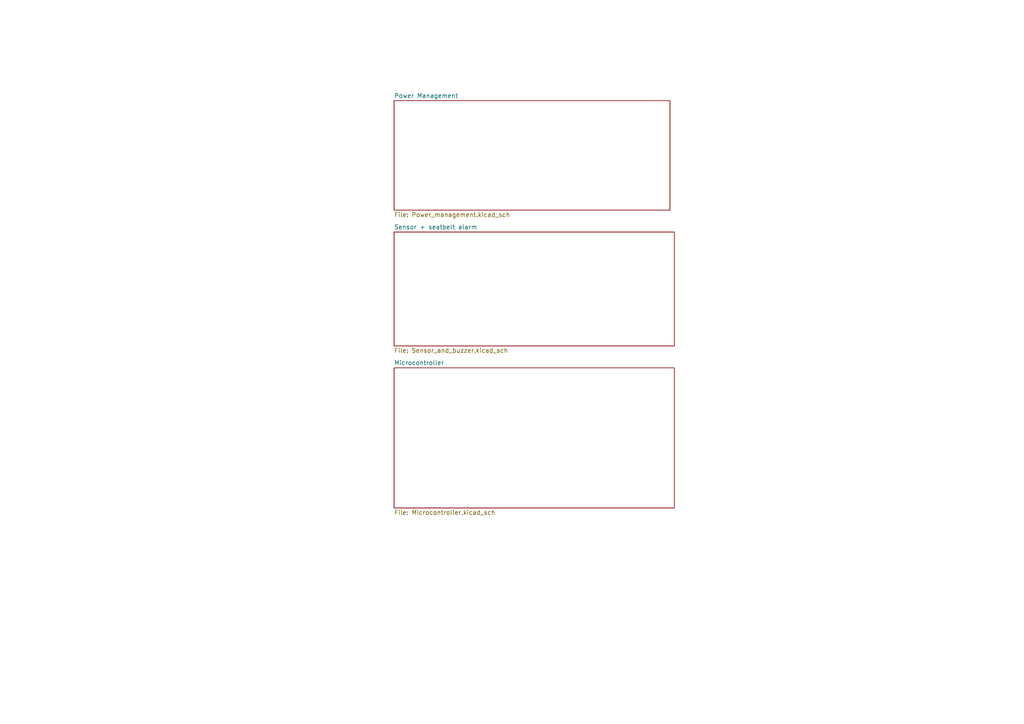
<source format=kicad_sch>
(kicad_sch (version 20230121) (generator eeschema)
  (paper "A4")
  (lib_symbols
    (symbol "Connector:Conn_01x02_Socket" (pin_names (offset 1.016) hide)
      (property "Reference" "J" (at 0 2.54 0))
      (property "Value" "Conn_01x02_Socket" (at 0 -5.08 0))
      (symbol "Conn_01x02_Socket_1_1"
        (arc (start 0 -2.032) (mid -0.5058 -2.54) (end 0 -3.048) (stroke (width 0.1524)))
        (polyline (pts (xy -1.27 -2.54) (xy -0.508 -2.54)) (stroke (width 0.1524)))
        (polyline (pts (xy -1.27 0) (xy -0.508 0)) (stroke (width 0.1524)))
        (arc (start 0 0.508) (mid -0.5058 0) (end 0 -0.508) (stroke (width 0.1524)))
        (pin passive line (at -5.08 0 0) (length 3.81) (name "Pin_1") (number "1"))
        (pin passive line (at -5.08 -2.54 0) (length 3.81) (name "Pin_2") (number "2"))
      )
    )
    (symbol "Device:C" (pin_numbers hide) (pin_names (offset 0.254))
      (property "Reference" "C" (at 0.635 2.54 0))
      (property "Value" "C" (at 0.635 -2.54 0))
      (symbol "C_0_1"
        (polyline (pts (xy -2.032 -0.762) (xy 2.032 -0.762)) (stroke (width 0.508)))
        (polyline (pts (xy -2.032 0.762) (xy 2.032 0.762)) (stroke (width 0.508)))
      )
      (symbol "C_1_1"
        (pin passive line (at 0 3.81 270) (length 2.794) (name "~") (number "1"))
        (pin passive line (at 0 -3.81 90) (length 2.794) (name "~") (number "2"))
      )
    )
    (symbol "Device:L" (pin_numbers hide) (pin_names (offset 1.016) hide)
      (property "Reference" "L" (at -1.27 0 90))
      (property "Value" "L" (at 1.905 0 90))
      (symbol "L_0_1"
        (arc (start 0 -2.54) (mid 0.6323 -1.905) (end 0 -1.27))
        (arc (start 0 -1.27) (mid 0.6323 -0.635) (end 0 0))
        (arc (start 0 0) (mid 0.6323 0.635) (end 0 1.27))
        (arc (start 0 1.27) (mid 0.6323 1.905) (end 0 2.54))
      )
      (symbol "L_1_1"
        (pin passive line (at 0 3.81 270) (length 1.27) (name "1") (number "1"))
        (pin passive line (at 0 -3.81 90) (length 1.27) (name "2") (number "2"))
      )
    )
    (symbol "Device:R" (pin_numbers hide) (pin_names (offset 0))
      (property "Reference" "R" (at 2.032 0 90))
      (property "Value" "R" (at 0 0 90))
      (symbol "R_0_1"
        (rectangle (start -1.016 -2.54) (end 1.016 2.54) (stroke (width 0.254)))
      )
      (symbol "R_1_1"
        (pin passive line (at 0 3.81 270) (length 1.27) (name "~") (number "1"))
        (pin passive line (at 0 -3.81 90) (length 1.27) (name "~") (number "2"))
      )
    )
    (symbol "TPS62841DGRR:TPS62841DGRR"
      (property "Reference" "IC" (at 26.67 7.62 0))
      (property "Value" "TPS62841DGRR" (at 26.67 5.08 0))
      (symbol "TPS62841DGRR_1_1"
        (rectangle (start 5.08 2.54) (end 25.4 -15.24) (stroke (width 0.254)) (fill (type background)))
        (pin passive line (at 0 0 0) (length 5.08) (name "VOS") (number "1"))
        (pin passive line (at 0 -2.54 0) (length 5.08) (name "SW") (number "2"))
        (pin passive line (at 0 -5.08 0) (length 5.08) (name "MODE") (number "3"))
        (pin passive line (at 0 -7.62 0) (length 5.08) (name "VSET") (number "4"))
        (pin passive line (at 30.48 -7.62 180) (length 5.08) (name "EN") (number "5"))
        (pin passive line (at 30.48 -5.08 180) (length 5.08) (name "VIN") (number "6"))
        (pin no_connect line (at 30.48 -2.54 180) (length 5.08) (name "NC") (number "7"))
        (pin passive line (at 30.48 0 180) (length 5.08) (name "GND") (number "8"))
        (pin passive line (at 15.24 -20.32 90) (length 5.08) (name "EP") (number "9"))
      )
    )
    (symbol "power:GND" (power) (pin_names (offset 0))
      (property "Value" "GND" (at 0 -3.81 0))
      (symbol "GND_0_1"
        (polyline (pts (xy 0 0) (xy 0 -1.27) (xy 1.27 -1.27) (xy 0 -2.54) (xy -1.27 -1.27) (xy 0 -1.27)))
      )
      (symbol "GND_1_1"
        (pin power_in line (at 0 0 270) (length 0) hide (name "GND") (number "1"))
      )
    )
    (symbol "power:VDD" (power) (pin_names (offset 0))
      (property "Value" "VDD" (at 0 3.81 0))
      (symbol "VDD_0_1"
        (polyline (pts (xy -0.762 1.27) (xy 0 2.54)))
        (polyline (pts (xy 0 0) (xy 0 2.54)))
        (polyline (pts (xy 0 2.54) (xy 0.762 1.27)))
      )
      (symbol "VDD_1_1"
        (pin power_in line (at 0 0 90) (length 0) hide (name "VDD") (number "1"))
      )
    )
  )
  (junction (at -123.19 -12.7))
  (junction (at -119.38 -12.7))
  (junction (at -68.58 -7.62))
  (junction (at -64.77 -7.62))
  (wire (pts (xy -77.47 -7.62) (xy -68.58 -7.62)))
  (wire (pts (xy -60.96 -7.62) (xy -64.77 -7.62)))
  (wire (pts (xy -64.77 5.08) (xy -64.77 10.16)))
  (wire (pts (xy -62.23 -12.7) (xy -62.23 -10.16)))
  (wire (pts (xy -113.03 -7.62) (xy -107.95 -7.62)))
  (wire (pts (xy -109.22 -5.08) (xy -109.22 -1.27)))
  (wire (pts (xy -64.77 -12.7) (xy -62.23 -12.7)))
  (wire (pts (xy -64.77 -7.62) (xy -64.77 -2.54)))
  (wire (pts (xy -77.47 -5.08) (xy -68.58 -5.08)))
  (wire (pts (xy -62.23 -10.16) (xy -60.96 -10.16)))
  (wire (pts (xy -110.49 -10.16) (xy -107.95 -10.16)))
  (wire (pts (xy -119.38 -12.7) (xy -107.95 -12.7)))
  (wire (pts (xy -118.11 -10.16) (xy -119.38 -10.16)))
  (wire (pts (xy -77.47 -12.7) (xy -74.93 -12.7)))
  (wire (pts (xy -68.58 -7.62) (xy -64.77 -7.62)))
  (wire (pts (xy -125.73 -12.7) (xy -123.19 -12.7)))
  (wire (pts (xy -119.38 -10.16) (xy -119.38 -12.7)))
  (wire (pts (xy -92.71 7.62) (xy -92.71 10.16)))
  (wire (pts (xy -123.19 -3.81) (xy -123.19 -12.7)))
  (wire (pts (xy -107.95 -5.08) (xy -109.22 -5.08)))
  (wire (pts (xy -109.22 6.35) (xy -109.22 10.16)))
  (wire (pts (xy -123.19 3.81) (xy -123.19 10.16)))
  (wire (pts (xy -68.58 -5.08) (xy -68.58 -7.62)))
  (wire (pts (xy -123.19 -12.7) (xy -119.38 -12.7)))
  (symbol (lib_id "Device:L") (at -114.3 -10.16 90) (unit 1)
    (property "Reference" "L4" (at -116.84 -8.89 90))
    (property "Value" "2.2uH" (at -117.4732 -7.1397 90))
  )
  (symbol (lib_id "TPS62841DGRR:TPS62841DGRR") (at -107.95 -12.7 0) (unit 1)
    (property "Reference" "IC1" (at -92.71 -20.32 0))
    (property "Value" "TPS62841DGRR" (at -92.71 -17.78 0))
    (property "Footprint" "SOP65P490X110-9N" (effects hide))
    (property "Datasheet" "https://www.ti.com/lit/ds/symlink/tps62840.pdf?ts=1616629326125&ref_url=https%253A%252F%252Fwww.ti.com%252Fproduct%252FTPS62840" (effects hide))
    (property "Height" "1.1" (effects hide))
    (property "Mouser Part Number" "595-TPS62841DGRR" (effects hide))
    (property "Mouser Price/Stock" "https://www.mouser.co.uk/ProductDetail/Texas-Instruments/TPS62841DGRR?qs=7MVldsJ5UaxD6apCWXKy1A%3D%3D" (effects hide))
    (property "Manufacturer_Name" "Texas Instruments" (effects hide))
    (property "Manufacturer_Part_Number" "TPS62841DGRR" (effects hide))
  )
  (symbol (lib_id "power:GND") (at -109.22 10.16 0) (unit 1)
    (property "Reference" "#PWR027" (effects hide))
    (property "Value" "GND" (at -109.22 15.24 0))
  )
  (symbol (lib_id "power:GND") (at -123.19 10.16 0) (unit 1)
    (property "Reference" "#PWR025" (effects hide))
    (property "Value" "GND" (at -123.19 15.24 0))
  )
  (symbol (lib_id "power:VDD") (at -125.73 -12.7 0) (unit 1)
    (property "Reference" "#PWR06" (effects hide))
    (property "Value" "VDD" (at -125.73 -17.78 0))
  )
  (symbol (lib_id "power:GND") (at -64.77 -12.7 0) (unit 1)
    (property "Reference" "#PWR030" (effects hide))
    (property "Value" "GND" (at -64.77 -13.97 0))
  )
  (symbol (lib_id "Connector:Conn_01x02_Socket") (at -55.88 -10.16 0) (unit 1)
    (property "Reference" "J1" (at -54.61 -10.16 0) (effects (justify left)))
    (property "Value" "Battery power in" (at -54.61 -7.62 0) (effects (justify left)))
  )
  (symbol (lib_id "Device:C") (at -64.77 1.27 0) (unit 1)
    (property "Reference" "C14" (at -60.96 0 0) (effects (justify left)))
    (property "Value" "4.7uF" (at -60.96 2.54 0) (effects (justify left)))
  )
  (symbol (lib_id "Device:C") (at -123.19 0 0) (unit 1)
    (property "Reference" "C13" (at -129.54 -1.27 0) (effects (justify left)))
    (property "Value" "10uF" (at -130.81 1.27 0) (effects (justify left)))
  )
  (symbol (lib_id "power:GND") (at -113.03 -7.62 0) (unit 1)
    (property "Reference" "#PWR026" (effects hide))
    (property "Value" "GND" (at -113.03 -2.54 0))
  )
  (symbol (lib_id "Device:R") (at -109.22 2.54 0) (unit 1)
    (property "Reference" "R7" (at -106.68 1.27 0) (effects (justify left)))
    (property "Value" "28.7kOhm" (at -106.68 3.81 0) (effects (justify left)))
  )
  (symbol (lib_id "power:GND") (at -92.71 10.16 0) (unit 1)
    (property "Reference" "#PWR028" (effects hide))
    (property "Value" "GND" (at -92.71 15.24 0))
  )
  (symbol (lib_id "power:GND") (at -74.93 -12.7 0) (unit 1)
    (property "Reference" "#PWR029" (effects hide))
    (property "Value" "GND" (at -74.93 -13.97 0))
  )
  (symbol (lib_id "power:GND") (at -64.77 10.16 0) (unit 1)
    (property "Reference" "#PWR031" (effects hide))
    (property "Value" "GND" (at -64.77 15.24 0))
  )
  (sheet (at 114.3 67.31) (size 81.28 33.02) (stroke (width 0.1524))
    (property "Sheetname" "Sensor + seatbelt alarm" (at 114.3 66.5984 0) (effects (justify left bottom)))
    (property "Sheetfile" "Sensor_and_buzzer.kicad_sch" (at 114.3 100.9146 0) (effects (justify left top)))
  )
  (sheet (at 114.3 106.68) (size 81.28 40.64) (stroke (width 0.1524))
    (property "Sheetname" "Microcontroller" (at 114.3 105.9684 0) (effects (justify left bottom)))
    (property "Sheetfile" "Microcontroller.kicad_sch" (at 114.3 147.9046 0) (effects (justify left top)))
  )
  (sheet (at 114.3 29.21) (size 80.01 31.75) (stroke (width 0.1524))
    (property "Sheetname" "Power Management" (at 114.3 28.4984 0) (effects (justify left bottom)))
    (property "Sheetfile" "Power_management.kicad_sch" (at 114.3 61.5446 0) (effects (justify left top)))
  )
)
</source>
